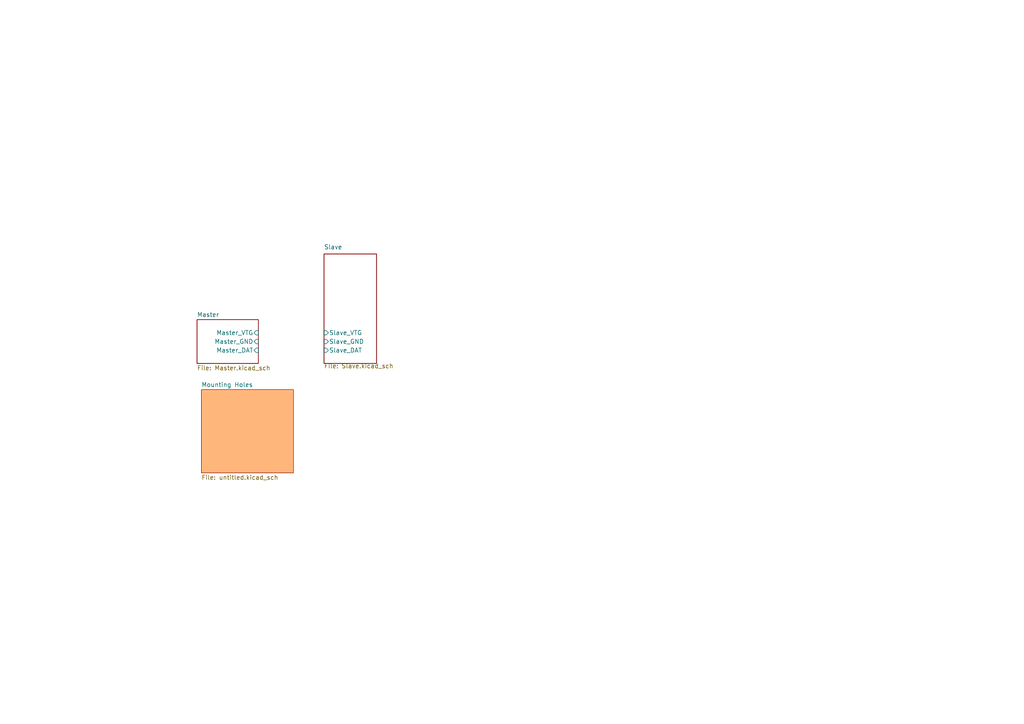
<source format=kicad_sch>
(kicad_sch
	(version 20231120)
	(generator "eeschema")
	(generator_version "8.0")
	(uuid "43131934-8b44-4d7b-9e3d-69b3be3daef4")
	(paper "A4")
	(lib_symbols)
	(sheet
		(at 57.15 92.71)
		(size 17.78 12.7)
		(fields_autoplaced yes)
		(stroke
			(width 0.1524)
			(type solid)
		)
		(fill
			(color 0 0 0 0.0000)
		)
		(uuid "2b6c281d-a693-4ad6-b0ff-cf5839c4044e")
		(property "Sheetname" "Master"
			(at 57.15 91.9984 0)
			(effects
				(font
					(size 1.27 1.27)
				)
				(justify left bottom)
			)
		)
		(property "Sheetfile" "Master.kicad_sch"
			(at 57.15 105.9946 0)
			(effects
				(font
					(size 1.27 1.27)
				)
				(justify left top)
			)
		)
		(pin "Master_VTG" input
			(at 74.93 96.52 0)
			(effects
				(font
					(size 1.27 1.27)
				)
				(justify right)
			)
			(uuid "51c03305-1ad8-4f47-b96c-d81e101ada18")
		)
		(pin "Master_GND" input
			(at 74.93 99.06 0)
			(effects
				(font
					(size 1.27 1.27)
				)
				(justify right)
			)
			(uuid "52a36417-4063-494e-b203-8538500fa873")
		)
		(pin "Master_DAT" input
			(at 74.93 101.6 0)
			(effects
				(font
					(size 1.27 1.27)
				)
				(justify right)
			)
			(uuid "925730bf-d3b2-46f5-9bc9-36f88ba939ff")
		)
		(instances
			(project "UPDI_2_USBC_Adaper"
				(path "/43131934-8b44-4d7b-9e3d-69b3be3daef4"
					(page "2")
				)
			)
		)
	)
	(sheet
		(at 58.42 113.03)
		(size 26.67 24.13)
		(fields_autoplaced yes)
		(stroke
			(width 0.1524)
			(type solid)
		)
		(fill
			(color 255 182 123 1.0000)
		)
		(uuid "5d522525-b225-4253-92ca-c3b9b8d86354")
		(property "Sheetname" "Mounting Holes"
			(at 58.42 112.3184 0)
			(effects
				(font
					(size 1.27 1.27)
				)
				(justify left bottom)
			)
		)
		(property "Sheetfile" "untitled.kicad_sch"
			(at 58.42 137.7446 0)
			(effects
				(font
					(size 1.27 1.27)
				)
				(justify left top)
			)
		)
		(instances
			(project "UPDI_2_USBC_Adaper"
				(path "/43131934-8b44-4d7b-9e3d-69b3be3daef4"
					(page "4")
				)
			)
		)
	)
	(sheet
		(at 93.98 73.66)
		(size 15.24 31.75)
		(stroke
			(width 0.1524)
			(type solid)
		)
		(fill
			(color 0 0 0 0.0000)
		)
		(uuid "b77e60e5-55e2-49db-8acc-325b98d4d3c1")
		(property "Sheetname" "Slave"
			(at 93.98 72.39 0)
			(effects
				(font
					(size 1.27 1.27)
				)
				(justify left bottom)
			)
		)
		(property "Sheetfile" "Slave.kicad_sch"
			(at 93.98 105.41 0)
			(effects
				(font
					(size 1.27 1.27)
				)
				(justify left top)
			)
		)
		(pin "Slave_GND" input
			(at 93.98 99.06 180)
			(effects
				(font
					(size 1.27 1.27)
				)
				(justify left)
			)
			(uuid "7595462c-0c56-4e5d-8c67-cc8a77fe0a1e")
		)
		(pin "Slave_DAT" input
			(at 93.98 101.6 180)
			(effects
				(font
					(size 1.27 1.27)
				)
				(justify left)
			)
			(uuid "9c1160b0-f6fc-4f03-b80e-b6a7f464a786")
		)
		(pin "Slave_VTG" input
			(at 93.98 96.52 180)
			(effects
				(font
					(size 1.27 1.27)
				)
				(justify left)
			)
			(uuid "b896a91e-eba6-4f37-ba00-fdbd95d9db08")
		)
		(instances
			(project "UPDI_2_USBC_Adaper"
				(path "/43131934-8b44-4d7b-9e3d-69b3be3daef4"
					(page "5")
				)
			)
		)
	)
	(sheet_instances
		(path "/"
			(page "1")
		)
	)
)
</source>
